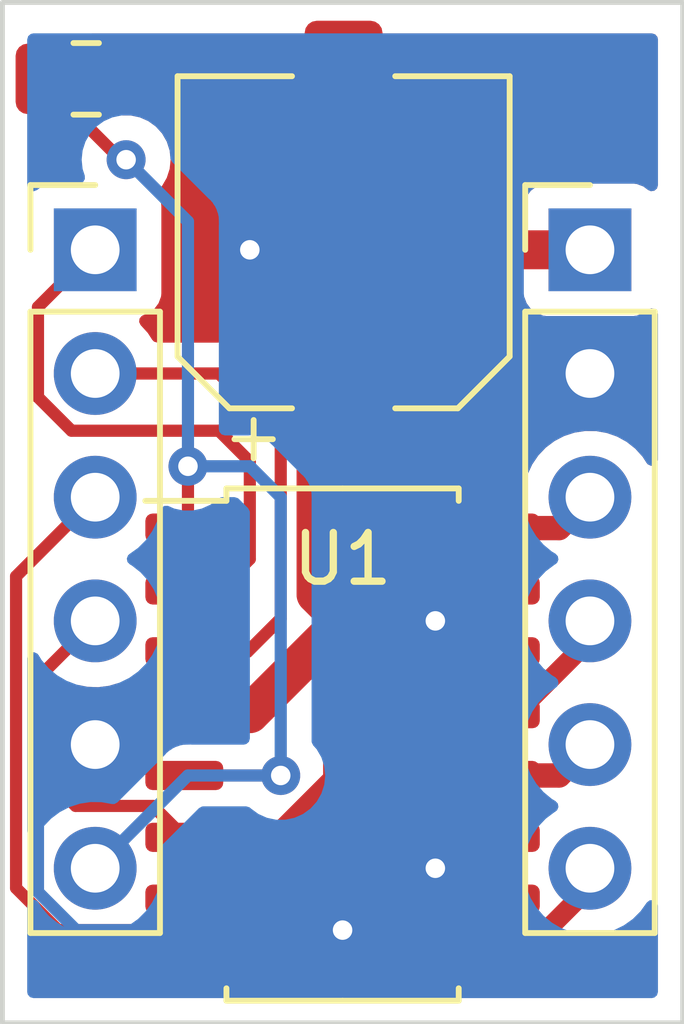
<source format=kicad_pcb>
(kicad_pcb (version 20211014) (generator pcbnew)
  (layers (0 "F.Cu" signal) (31 "B.Cu" signal) (34 "B.Paste" user) (35 "F.Paste" user) (36 "B.SilkS" user "B.Silkscreen") (37 "F.SilkS" user "F.Silkscreen") (38 "B.Mask" user) (39 "F.Mask" user) (44 "Edge.Cuts" user))
  (net 0 "")
  (net 1 "VCC")
  (net 2 "GND")
  (net 3 "VDD")
  (net 4 "Net-(J1-Pad3)")
  (net 5 "Net-(J1-Pad4)")
  (net 6 "Net-(J1-Pad5)")
  (net 7 "Net-(J1-Pad6)")
  (net 8 "Net-(J2-Pad1)")
  (net 9 "Net-(J2-Pad2)")
  (net 10 "Net-(J2-Pad3)")
  (net 11 "Net-(J2-Pad4)")
  (footprint "Connector_PinHeader_2.54mm:PinHeader_1x06_P2.54mm_Vertical" (layer "F.Cu") (at 116.84 83.82)
    (fp_text reference "J2" hide)
    (fp_text value "Conn_01x06" hide)
    (fp_line (start -1.33 1.27) (end 1.33 1.27) (layer "F.SilkS") (width 0.12))
    (fp_line (start -1.33 -1.33) (end 0 -1.33) (layer "F.SilkS") (width 0.12))
    (fp_line (start -1.33 1.27) (end -1.33 14.03) (layer "F.SilkS") (width 0.12))
    (fp_line (start -1.33 0) (end -1.33 -1.33) (layer "F.SilkS") (width 0.12))
    (fp_line (start -1.33 14.03) (end 1.33 14.03) (layer "F.SilkS") (width 0.12))
    (fp_line (start 1.33 1.27) (end 1.33 14.03) (layer "F.SilkS") (width 0.12))
    (pad "1" thru_hole rect (at 0 0) (size 1.7 1.7) (drill 1) (layers *.Cu *.Mask) (net 8 "Net-(J2-Pad1)"))
    (pad "2" thru_hole oval (at 0 2.54) (size 1.7 1.7) (drill 1) (layers *.Cu *.Mask) (net 9 "Net-(J2-Pad2)"))
    (pad "3" thru_hole oval (at 0 5.08) (size 1.7 1.7) (drill 1) (layers *.Cu *.Mask) (net 10 "Net-(J2-Pad3)"))
    (pad "4" thru_hole oval (at 0 7.62) (size 1.7 1.7) (drill 1) (layers *.Cu *.Mask) (net 11 "Net-(J2-Pad4)"))
    (pad "5" thru_hole oval (at 0 10.16) (size 1.7 1.7) (drill 1) (layers *.Cu *.Mask) (net 2 "GND"))
    (pad "6" thru_hole oval (at 0 12.7) (size 1.7 1.7) (drill 1) (layers *.Cu *.Mask) (net 1 "VCC"))
  )
  (footprint "Connector_PinHeader_2.54mm:PinHeader_1x06_P2.54mm_Vertical" (layer "F.Cu") (at 127 83.82)
    (fp_text reference "J1" hide)
    (fp_text value "Conn_01x06" hide)
    (fp_line (start 1.33 1.27) (end 1.33 14.03) (layer "F.SilkS") (width 0.12))
    (fp_line (start -1.33 0) (end -1.33 -1.33) (layer "F.SilkS") (width 0.12))
    (fp_line (start -1.33 14.03) (end 1.33 14.03) (layer "F.SilkS") (width 0.12))
    (fp_line (start -1.33 1.27) (end -1.33 14.03) (layer "F.SilkS") (width 0.12))
    (fp_line (start -1.33 -1.33) (end 0 -1.33) (layer "F.SilkS") (width 0.12))
    (fp_line (start -1.33 1.27) (end 1.33 1.27) (layer "F.SilkS") (width 0.12))
    (pad "1" thru_hole rect (at 0 0) (size 1.7 1.7) (drill 1) (layers *.Cu *.Mask) (net 3 "VDD"))
    (pad "2" thru_hole oval (at 0 2.54) (size 1.7 1.7) (drill 1) (layers *.Cu *.Mask) (net 2 "GND"))
    (pad "3" thru_hole oval (at 0 5.08) (size 1.7 1.7) (drill 1) (layers *.Cu *.Mask) (net 4 "Net-(J1-Pad3)"))
    (pad "4" thru_hole oval (at 0 7.62) (size 1.7 1.7) (drill 1) (layers *.Cu *.Mask) (net 5 "Net-(J1-Pad4)"))
    (pad "5" thru_hole oval (at 0 10.16) (size 1.7 1.7) (drill 1) (layers *.Cu *.Mask) (net 6 "Net-(J1-Pad5)"))
    (pad "6" thru_hole oval (at 0 12.7) (size 1.7 1.7) (drill 1) (layers *.Cu *.Mask) (net 7 "Net-(J1-Pad6)"))
  )
  (footprint "Package_SO:SOP-16_4.55x10.3mm_P1.27mm" (layer "F.Cu") (at 121.92 93.98)
    (fp_text reference "U1" (at 0 -3.81) (layer "F.SilkS"))
    (fp_text value "mx1508")
    (fp_line (start -2.385 -5.005) (end -4.05 -5.005) (layer "F.SilkS") (width 0.12))
    (fp_line (start 0 -5.26) (end -2.385 -5.26) (layer "F.SilkS") (width 0.12))
    (fp_line (start -2.385 -5.26) (end -2.385 -5.005) (layer "F.SilkS") (width 0.12))
    (fp_line (start -2.385 5.26) (end -2.385 5.005) (layer "F.SilkS") (width 0.12))
    (fp_line (start 0 5.26) (end -2.385 5.26) (layer "F.SilkS") (width 0.12))
    (fp_line (start 2.385 -5.26) (end 2.385 -5.005) (layer "F.SilkS") (width 0.12))
    (fp_line (start 0 -5.26) (end 2.385 -5.26) (layer "F.SilkS") (width 0.12))
    (fp_line (start 0 5.26) (end 2.385 5.26) (layer "F.SilkS") (width 0.12))
    (fp_line (start 2.385 5.26) (end 2.385 5.005) (layer "F.SilkS") (width 0.12))
    (pad "1" smd roundrect (at -3.25 -4.445) (size 1.6 0.6) (layers "F.Cu" "F.Paste" "F.Mask") (net 1 "VCC"))
    (pad "2" smd roundrect (at -3.25 -3.175) (size 1.6 0.6) (layers "F.Cu" "F.Paste" "F.Mask") (net 8 "Net-(J2-Pad1)"))
    (pad "3" smd roundrect (at -3.25 -1.905) (size 1.6 0.6) (layers "F.Cu" "F.Paste" "F.Mask") (net 9 "Net-(J2-Pad2)"))
    (pad "4" smd roundrect (at -3.25 -0.635) (size 1.6 0.6) (layers "F.Cu" "F.Paste" "F.Mask") (net 3 "VDD"))
    (pad "5" smd roundrect (at -3.25 0.635) (size 1.6 0.6) (layers "F.Cu" "F.Paste" "F.Mask") (net 1 "VCC"))
    (pad "6" smd roundrect (at -3.25 1.905) (size 1.6 0.6) (layers "F.Cu" "F.Paste" "F.Mask") (net 11 "Net-(J2-Pad4)"))
    (pad "7" smd roundrect (at -3.25 3.175) (size 1.6 0.6) (layers "F.Cu" "F.Paste" "F.Mask") (net 10 "Net-(J2-Pad3)"))
    (pad "8" smd roundrect (at -3.25 4.445) (size 1.6 0.6) (layers "F.Cu" "F.Paste" "F.Mask") (net 3 "VDD"))
    (pad "9" smd roundrect (at 3.25 4.445) (size 1.6 0.6) (layers "F.Cu" "F.Paste" "F.Mask") (net 7 "Net-(J1-Pad6)"))
    (pad "10" smd roundrect (at 3.25 3.175) (size 1.6 0.6) (layers "F.Cu" "F.Paste" "F.Mask") (net 2 "GND"))
    (pad "11" smd roundrect (at 3.25 1.905) (size 1.6 0.6) (layers "F.Cu" "F.Paste" "F.Mask") (net 2 "GND"))
    (pad "12" smd roundrect (at 3.25 0.635) (size 1.6 0.6) (layers "F.Cu" "F.Paste" "F.Mask") (net 6 "Net-(J1-Pad5)"))
    (pad "13" smd roundrect (at 3.25 -0.635) (size 1.6 0.6) (layers "F.Cu" "F.Paste" "F.Mask") (net 5 "Net-(J1-Pad4)"))
    (pad "14" smd roundrect (at 3.25 -1.905) (size 1.6 0.6) (layers "F.Cu" "F.Paste" "F.Mask") (net 2 "GND"))
    (pad "15" smd roundrect (at 3.25 -3.175) (size 1.6 0.6) (layers "F.Cu" "F.Paste" "F.Mask") (net 2 "GND"))
    (pad "16" smd roundrect (at 3.25 -4.445) (size 1.6 0.6) (layers "F.Cu" "F.Paste" "F.Mask") (net 4 "Net-(J1-Pad3)"))
  )
  (footprint "Capacitor_SMD:CP_Elec_6.3x5.4" (layer "F.Cu") (at 121.94119 83.665123 90)
    (fp_text reference "C2" hide)
    (fp_text value "100uF")
    (fp_line (start -3.41 -2.345563) (end -2.345563 -3.41) (layer "F.SilkS") (width 0.12))
    (fp_line (start -3.41 2.345563) (end -3.41 1.06) (layer "F.SilkS") (width 0.12))
    (fp_line (start 3.41 -3.41) (end 3.41 -1.06) (layer "F.SilkS") (width 0.12))
    (fp_line (start -2.345563 3.41) (end 3.41 3.41) (layer "F.SilkS") (width 0.12))
    (fp_line (start -4.04375 -2.24125) (end -4.04375 -1.45375) (layer "F.SilkS") (width 0.12))
    (fp_line (start -4.4375 -1.8475) (end -3.65 -1.8475) (layer "F.SilkS") (width 0.12))
    (fp_line (start -3.41 2.345563) (end -2.345563 3.41) (layer "F.SilkS") (width 0.12))
    (fp_line (start 3.41 3.41) (end 3.41 1.06) (layer "F.SilkS") (width 0.12))
    (fp_line (start -2.345563 -3.41) (end 3.41 -3.41) (layer "F.SilkS") (width 0.12))
    (fp_line (start -3.41 -2.345563) (end -3.41 -1.06) (layer "F.SilkS") (width 0.12))
    (pad "1" smd roundrect (at -2.8 0 90) (size 3.5 1.6) (layers "F.Cu" "F.Paste" "F.Mask") (roundrect_rratio 0.15625) (net 3 "VDD"))
    (pad "2" smd roundrect (at 2.8 0 90) (size 3.5 1.6) (layers "F.Cu" "F.Paste" "F.Mask") (roundrect_rratio 0.15625) (net 2 "GND"))
  )
  (footprint "Capacitor_SMD:C_0805_2012Metric" (layer "F.Cu") (at 116.654964 80.309167)
    (fp_text reference "C1" hide)
    (fp_text value "4u7")
    (fp_line (start -0.261252 0.735) (end 0.261252 0.735) (layer "F.SilkS") (width 0.12))
    (fp_line (start -0.261252 -0.735) (end 0.261252 -0.735) (layer "F.SilkS") (width 0.12))
    (pad "1" smd roundrect (at -0.95 0) (size 1 1.45) (layers "F.Cu" "F.Paste" "F.Mask") (net 1 "VCC"))
    (pad "2" smd roundrect (at 0.95 0) (size 1 1.45) (layers "F.Cu" "F.Paste" "F.Mask") (net 2 "GND"))
  )
  (gr_rect (start 128.905 78.74) (end 114.935 99.695) (layer "Edge.Cuts") (width 0.1) (fill none))
  (segment (start 117.365297 81.9695) (end 115.704964 80.309167) (width 0.25) (layer "F.Cu") (net 1))
  (segment (start 117.475 81.9695) (end 117.365297 81.9695) (width 0.25) (layer "F.Cu") (net 1))
  (segment (start 118.745 88.265) (end 118.745 89.46) (width 0.25) (layer "F.Cu") (net 1))
  (segment (start 118.745 89.46) (end 118.67 89.535) (width 0.25) (layer "F.Cu") (net 1))
  (segment (start 118.67 94.615) (end 120.65 94.615) (width 0.25) (layer "F.Cu") (net 1))
  (via (at 117.475 81.9695) (size 0.8) (drill 0.4) (layers "F.Cu" "B.Cu") (net 1))
  (via (at 120.65 94.615) (size 0.8) (drill 0.4) (layers "F.Cu" "B.Cu") (net 1))
  (via (at 118.745 88.265) (size 0.8) (drill 0.4) (layers "F.Cu" "B.Cu") (net 1))
  (segment (start 120.65 88.9) (end 120.65 94.615) (width 0.25) (layer "B.Cu") (net 1))
  (segment (start 118.745 88.265) (end 118.745 83.2395) (width 0.25) (layer "B.Cu") (net 1))
  (segment (start 118.745 83.2395) (end 117.475 81.9695) (width 0.25) (layer "B.Cu") (net 1))
  (segment (start 118.745 88.265) (end 120.015 88.265) (width 0.25) (layer "B.Cu") (net 1))
  (segment (start 116.84 96.52) (end 118.745 94.615) (width 0.25) (layer "B.Cu") (net 1))
  (segment (start 118.745 94.615) (end 120.65 94.615) (width 0.25) (layer "B.Cu") (net 1))
  (segment (start 120.015 88.265) (end 120.65 88.9) (width 0.25) (layer "B.Cu") (net 1))
  (segment (start 117.653124 80.650197) (end 117.475 80.828321) (width 0.25) (layer "F.Cu") (net 2))
  (via (at 123.825 96.52) (size 0.8) (drill 0.4) (layers "F.Cu" "B.Cu") (net 2))
  (via (at 120.015 83.82) (size 0.8) (drill 0.4) (layers "F.Cu" "B.Cu") (net 2))
  (via (at 121.92 97.79) (size 0.8) (drill 0.4) (layers "F.Cu" "B.Cu") (net 2))
  (via (at 123.825 91.44) (size 0.8) (drill 0.4) (layers "F.Cu" "B.Cu") (net 2))
  (segment (start 116.84 93.98) (end 115.665 95.155) (width 0.25) (layer "B.Cu") (net 2))
  (segment (start 115.665 95.155) (end 115.665 97.006701) (width 0.25) (layer "B.Cu") (net 2))
  (segment (start 115.665 97.006701) (end 116.448299 97.79) (width 0.25) (layer "B.Cu") (net 2))
  (segment (start 116.448299 97.79) (end 121.92 97.79) (width 0.25) (layer "B.Cu") (net 2))
  (segment (start 121.375 87.031313) (end 121.375 90.895) (width 0.8) (layer "F.Cu") (net 3))
  (segment (start 121.92 91.44) (end 121.92 94.759214) (width 0.8) (layer "F.Cu") (net 3))
  (segment (start 119.38 98.425) (end 118.67 98.425) (width 0.8) (layer "F.Cu") (net 3))
  (segment (start 121.375 90.895) (end 121.92 91.44) (width 0.8) (layer "F.Cu") (net 3))
  (segment (start 121.92 91.44) (end 120.015 93.345) (width 0.8) (layer "F.Cu") (net 3))
  (segment (start 121.92 94.759214) (end 120.65 96.029214) (width 0.8) (layer "F.Cu") (net 3))
  (segment (start 121.94119 86.465123) (end 121.94119 86.33881) (width 0.8) (layer "F.Cu") (net 3))
  (segment (start 120.015 93.345) (end 118.67 93.345) (width 0.8) (layer "F.Cu") (net 3))
  (segment (start 124.46 83.82) (end 127 83.82) (width 0.8) (layer "F.Cu") (net 3))
  (segment (start 121.94119 86.33881) (end 124.46 83.82) (width 0.8) (layer "F.Cu") (net 3))
  (segment (start 121.94119 86.465123) (end 121.375 87.031313) (width 0.8) (layer "F.Cu") (net 3))
  (segment (start 120.65 96.029214) (end 120.65 97.155) (width 0.8) (layer "F.Cu") (net 3))
  (segment (start 120.65 97.155) (end 119.38 98.425) (width 0.8) (layer "F.Cu") (net 3))
  (segment (start 125.17 89.535) (end 126.365 89.535) (width 0.5) (layer "F.Cu") (net 4))
  (segment (start 126.365 89.535) (end 127 88.9) (width 0.5) (layer "F.Cu") (net 4))
  (segment (start 125.477817 93.345) (end 127 91.822817) (width 0.4) (layer "F.Cu") (net 5))
  (segment (start 125.17 93.345) (end 125.477817 93.345) (width 0.4) (layer "F.Cu") (net 5))
  (segment (start 127 91.822817) (end 127 91.44) (width 0.4) (layer "F.Cu") (net 5))
  (segment (start 126.365 94.615) (end 127 93.98) (width 0.5) (layer "F.Cu") (net 6))
  (segment (start 125.17 94.615) (end 126.365 94.615) (width 0.5) (layer "F.Cu") (net 6))
  (segment (start 127 96.902817) (end 127 96.52) (width 0.4) (layer "F.Cu") (net 7))
  (segment (start 125.17 98.425) (end 125.477817 98.425) (width 0.4) (layer "F.Cu") (net 7))
  (segment (start 125.477817 98.425) (end 127 96.902817) (width 0.4) (layer "F.Cu") (net 7))
  (segment (start 115.665 84.995) (end 115.665 86.846701) (width 0.25) (layer "F.Cu") (net 8))
  (segment (start 120.015 88.17) (end 120.015 90.17) (width 0.25) (layer "F.Cu") (net 8))
  (segment (start 116.84 83.82) (end 115.665 84.995) (width 0.25) (layer "F.Cu") (net 8))
  (segment (start 116.353299 87.535) (end 119.38 87.535) (width 0.25) (layer "F.Cu") (net 8))
  (segment (start 119.38 87.535) (end 120.015 88.17) (width 0.25) (layer "F.Cu") (net 8))
  (segment (start 120.015 90.17) (end 119.38 90.805) (width 0.25) (layer "F.Cu") (net 8))
  (segment (start 115.665 86.846701) (end 116.353299 87.535) (width 0.25) (layer "F.Cu") (net 8))
  (segment (start 120.65 91.392877) (end 119.967877 92.075) (width 0.25) (layer "F.Cu") (net 9))
  (segment (start 120.65 87.63) (end 120.65 91.392877) (width 0.25) (layer "F.Cu") (net 9))
  (segment (start 119.967877 92.075) (end 118.67 92.075) (width 0.25) (layer "F.Cu") (net 9))
  (segment (start 119.38 86.36) (end 120.65 87.63) (width 0.25) (layer "F.Cu") (net 9))
  (segment (start 116.84 86.36) (end 119.38 86.36) (width 0.25) (layer "F.Cu") (net 9))
  (segment (start 118.035 97.79) (end 118.67 97.155) (width 0.25) (layer "F.Cu") (net 10))
  (segment (start 116.078 97.79) (end 118.035 97.79) (width 0.25) (layer "F.Cu") (net 10))
  (segment (start 115.215 96.927) (end 116.078 97.79) (width 0.25) (layer "F.Cu") (net 10))
  (segment (start 116.84 88.9) (end 115.215 90.525) (width 0.25) (layer "F.Cu") (net 10))
  (segment (start 115.215 90.525) (end 115.215 96.927) (width 0.25) (layer "F.Cu") (net 10))
  (segment (start 116.438299 95.24) (end 118.025 95.24) (width 0.25) (layer "F.Cu") (net 11))
  (segment (start 115.665 94.466701) (end 116.438299 95.24) (width 0.25) (layer "F.Cu") (net 11))
  (segment (start 118.025 95.24) (end 118.67 95.885) (width 0.25) (layer "F.Cu") (net 11))
  (segment (start 115.665 92.615) (end 115.665 94.466701) (width 0.25) (layer "F.Cu") (net 11))
  (segment (start 116.84 91.44) (end 115.665 92.615) (width 0.25) (layer "F.Cu") (net 11))
  (zone (net 2) (net_name "GND") (layers F&B.Cu) (connect_pads yes (clearance 0.508)) (min_thickness 0.254) (fill yes (thermal_gap 0.508) (thermal_bridge_width 0.508))
    (polygon (pts (xy 128.905 99.695) (xy 114.935 99.695) (xy 114.935 79.375) (xy 128.905 79.375)))
  )
)
</source>
